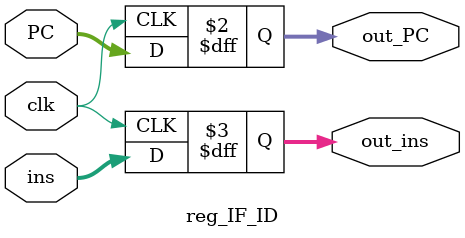
<source format=v>

module reg_IF_ID ( clk, PC, ins, out_PC, out_ins );

    input clk ;
    input [31:0] PC, ins ;
	
    output [31:0] out_PC, out_ins ;
	
    reg [31:0] out_PC, out_ins ;

    always @( posedge clk ) 
	begin
		out_PC <= PC ;
		out_ins <= ins ;
    end

endmodule
</source>
